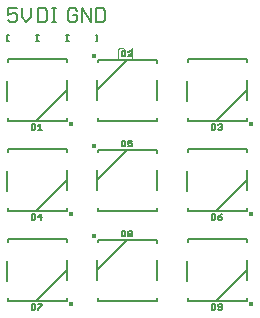
<source format=gbr>
G04 EAGLE Gerber RS-274X export*
G75*
%MOMM*%
%FSLAX34Y34*%
%LPD*%
%INSilkscreen Top*%
%IPPOS*%
%AMOC8*
5,1,8,0,0,1.08239X$1,22.5*%
G01*
%ADD10C,0.152400*%
%ADD11C,0.127000*%
%ADD12C,0.203200*%
%ADD13C,0.406400*%
%ADD14C,0.076200*%


D10*
X50800Y275590D02*
X50800Y270510D01*
X76200Y270510D02*
X76200Y275590D01*
X74930Y275590D01*
X74930Y270510D02*
X76200Y270510D01*
X52070Y270510D02*
X50800Y270510D01*
X50800Y275590D02*
X52070Y275590D01*
D11*
X51435Y297825D02*
X59062Y297825D01*
X51435Y297825D02*
X51435Y292105D01*
X55248Y294012D01*
X57155Y294012D01*
X59062Y292105D01*
X59062Y288292D01*
X57155Y286385D01*
X53342Y286385D01*
X51435Y288292D01*
X63129Y290198D02*
X63129Y297825D01*
X63129Y290198D02*
X66942Y286385D01*
X70755Y290198D01*
X70755Y297825D01*
D12*
X51308Y254762D02*
X51308Y252222D01*
X51308Y254762D02*
X51816Y254762D01*
X51816Y254711D01*
X101321Y254711D01*
X101321Y252400D01*
X51105Y205410D02*
X51105Y202692D01*
X51613Y202692D01*
X51613Y202667D01*
X101295Y202667D01*
X101295Y204927D01*
X50800Y219710D02*
X50800Y236728D01*
X101600Y237236D02*
X101600Y228600D01*
X101600Y219964D01*
X101600Y228600D02*
X76200Y203200D01*
D13*
X104775Y200025D03*
D11*
X71222Y200029D02*
X71222Y195199D01*
X73637Y195199D01*
X74442Y196004D01*
X74442Y199224D01*
X73637Y200029D01*
X71222Y200029D01*
X76835Y198419D02*
X78445Y200029D01*
X78445Y195199D01*
X76835Y195199D02*
X80055Y195199D01*
D12*
X177292Y202438D02*
X177292Y204978D01*
X177292Y202438D02*
X176784Y202438D01*
X176784Y202489D01*
X127279Y202489D01*
X127279Y204800D01*
X177495Y251790D02*
X177495Y254508D01*
X176987Y254508D01*
X176987Y254533D01*
X127305Y254533D01*
X127305Y252273D01*
X177800Y237490D02*
X177800Y220472D01*
X127000Y219964D02*
X127000Y228600D01*
X127000Y237236D01*
X127000Y228600D02*
X152400Y254000D01*
D13*
X123825Y257175D03*
D11*
X147422Y257175D02*
X147422Y262005D01*
X147422Y257175D02*
X149837Y257175D01*
X150642Y257980D01*
X150642Y261200D01*
X149837Y262005D01*
X147422Y262005D01*
X153035Y257175D02*
X156255Y257175D01*
X153035Y257175D02*
X156255Y260395D01*
X156255Y261200D01*
X155450Y262005D01*
X153840Y262005D01*
X153035Y261200D01*
D12*
X203708Y254762D02*
X203708Y252222D01*
X203708Y254762D02*
X204216Y254762D01*
X204216Y254711D01*
X253721Y254711D01*
X253721Y252400D01*
X203505Y205410D02*
X203505Y202692D01*
X204013Y202692D01*
X204013Y202667D01*
X253695Y202667D01*
X253695Y204927D01*
X203200Y219710D02*
X203200Y236728D01*
X254000Y237236D02*
X254000Y228600D01*
X254000Y219964D01*
X254000Y228600D02*
X228600Y203200D01*
D13*
X257175Y200025D03*
D11*
X223622Y200029D02*
X223622Y195199D01*
X226037Y195199D01*
X226842Y196004D01*
X226842Y199224D01*
X226037Y200029D01*
X223622Y200029D01*
X229235Y199224D02*
X230040Y200029D01*
X231650Y200029D01*
X232455Y199224D01*
X232455Y198419D01*
X231650Y197614D01*
X230845Y197614D01*
X231650Y197614D02*
X232455Y196809D01*
X232455Y196004D01*
X231650Y195199D01*
X230040Y195199D01*
X229235Y196004D01*
D12*
X51308Y178562D02*
X51308Y176022D01*
X51308Y178562D02*
X51816Y178562D01*
X51816Y178511D01*
X101321Y178511D01*
X101321Y176200D01*
X51105Y129210D02*
X51105Y126492D01*
X51613Y126492D01*
X51613Y126467D01*
X101295Y126467D01*
X101295Y128727D01*
X50800Y143510D02*
X50800Y160528D01*
X101600Y161036D02*
X101600Y152400D01*
X101600Y143764D01*
X101600Y152400D02*
X76200Y127000D01*
D13*
X104775Y123825D03*
D11*
X71222Y123829D02*
X71222Y118999D01*
X73637Y118999D01*
X74442Y119804D01*
X74442Y123024D01*
X73637Y123829D01*
X71222Y123829D01*
X79250Y123829D02*
X79250Y118999D01*
X76835Y121414D02*
X79250Y123829D01*
X80055Y121414D02*
X76835Y121414D01*
D12*
X177292Y126238D02*
X177292Y128778D01*
X177292Y126238D02*
X176784Y126238D01*
X176784Y126289D01*
X127279Y126289D01*
X127279Y128600D01*
X177495Y175590D02*
X177495Y178308D01*
X176987Y178308D01*
X176987Y178333D01*
X127305Y178333D01*
X127305Y176073D01*
X177800Y161290D02*
X177800Y144272D01*
X127000Y143764D02*
X127000Y152400D01*
X127000Y161036D01*
X127000Y152400D02*
X152400Y177800D01*
D13*
X123825Y180975D03*
D11*
X147422Y180975D02*
X147422Y185805D01*
X147422Y180975D02*
X149837Y180975D01*
X150642Y181780D01*
X150642Y185000D01*
X149837Y185805D01*
X147422Y185805D01*
X153035Y185805D02*
X156255Y185805D01*
X153035Y185805D02*
X153035Y183390D01*
X154645Y184195D01*
X155450Y184195D01*
X156255Y183390D01*
X156255Y181780D01*
X155450Y180975D01*
X153840Y180975D01*
X153035Y181780D01*
D12*
X203708Y178562D02*
X203708Y176022D01*
X203708Y178562D02*
X204216Y178562D01*
X204216Y178511D01*
X253721Y178511D01*
X253721Y176200D01*
X203505Y129210D02*
X203505Y126492D01*
X204013Y126492D01*
X204013Y126467D01*
X253695Y126467D01*
X253695Y128727D01*
X203200Y143510D02*
X203200Y160528D01*
X254000Y161036D02*
X254000Y152400D01*
X254000Y143764D01*
X254000Y152400D02*
X228600Y127000D01*
D13*
X257175Y123825D03*
D11*
X223622Y123829D02*
X223622Y118999D01*
X226037Y118999D01*
X226842Y119804D01*
X226842Y123024D01*
X226037Y123829D01*
X223622Y123829D01*
X230845Y123024D02*
X232455Y123829D01*
X230845Y123024D02*
X229235Y121414D01*
X229235Y119804D01*
X230040Y118999D01*
X231650Y118999D01*
X232455Y119804D01*
X232455Y120609D01*
X231650Y121414D01*
X229235Y121414D01*
D12*
X51308Y102362D02*
X51308Y99822D01*
X51308Y102362D02*
X51816Y102362D01*
X51816Y102311D01*
X101321Y102311D01*
X101321Y100000D01*
X51105Y53010D02*
X51105Y50292D01*
X51613Y50292D01*
X51613Y50267D01*
X101295Y50267D01*
X101295Y52527D01*
X50800Y67310D02*
X50800Y84328D01*
X101600Y84836D02*
X101600Y76200D01*
X101600Y67564D01*
X101600Y76200D02*
X76200Y50800D01*
D13*
X104775Y47625D03*
D11*
X71222Y47629D02*
X71222Y42799D01*
X73637Y42799D01*
X74442Y43604D01*
X74442Y46824D01*
X73637Y47629D01*
X71222Y47629D01*
X76835Y47629D02*
X80055Y47629D01*
X80055Y46824D01*
X76835Y43604D01*
X76835Y42799D01*
D12*
X177292Y50038D02*
X177292Y52578D01*
X177292Y50038D02*
X176784Y50038D01*
X176784Y50089D01*
X127279Y50089D01*
X127279Y52400D01*
X177495Y99390D02*
X177495Y102108D01*
X176987Y102108D01*
X176987Y102133D01*
X127305Y102133D01*
X127305Y99873D01*
X177800Y85090D02*
X177800Y68072D01*
X127000Y67564D02*
X127000Y76200D01*
X127000Y84836D01*
X127000Y76200D02*
X152400Y101600D01*
D13*
X123825Y104775D03*
D11*
X147422Y104775D02*
X147422Y109605D01*
X147422Y104775D02*
X149837Y104775D01*
X150642Y105580D01*
X150642Y108800D01*
X149837Y109605D01*
X147422Y109605D01*
X153035Y108800D02*
X153840Y109605D01*
X155450Y109605D01*
X156255Y108800D01*
X156255Y107995D01*
X155450Y107190D01*
X156255Y106385D01*
X156255Y105580D01*
X155450Y104775D01*
X153840Y104775D01*
X153035Y105580D01*
X153035Y106385D01*
X153840Y107190D01*
X153035Y107995D01*
X153035Y108800D01*
X153840Y107190D02*
X155450Y107190D01*
D12*
X203708Y102362D02*
X203708Y99822D01*
X203708Y102362D02*
X204216Y102362D01*
X204216Y102311D01*
X253721Y102311D01*
X253721Y100000D01*
X203505Y53010D02*
X203505Y50292D01*
X204013Y50292D01*
X204013Y50267D01*
X253695Y50267D01*
X253695Y52527D01*
X203200Y67310D02*
X203200Y84328D01*
X254000Y84836D02*
X254000Y76200D01*
X254000Y67564D01*
X254000Y76200D02*
X228600Y50800D01*
D13*
X257175Y47625D03*
D11*
X223622Y47629D02*
X223622Y42799D01*
X226037Y42799D01*
X226842Y43604D01*
X226842Y46824D01*
X226037Y47629D01*
X223622Y47629D01*
X229235Y43604D02*
X230040Y42799D01*
X231650Y42799D01*
X232455Y43604D01*
X232455Y46824D01*
X231650Y47629D01*
X230040Y47629D01*
X229235Y46824D01*
X229235Y46019D01*
X230040Y45214D01*
X232455Y45214D01*
D10*
X76200Y270510D02*
X76200Y275590D01*
X101600Y275590D02*
X101600Y270510D01*
X101600Y275590D02*
X100330Y275590D01*
X100330Y270510D02*
X101600Y270510D01*
X77470Y270510D02*
X76200Y270510D01*
X76200Y275590D02*
X77470Y275590D01*
D11*
X76835Y286385D02*
X76835Y297825D01*
X76835Y286385D02*
X82555Y286385D01*
X84462Y288292D01*
X84462Y295918D01*
X82555Y297825D01*
X76835Y297825D01*
X88529Y286385D02*
X92342Y286385D01*
X90436Y286385D02*
X90436Y297825D01*
X92342Y297825D02*
X88529Y297825D01*
D10*
X101600Y275590D02*
X101600Y270510D01*
X127000Y270510D02*
X127000Y275590D01*
X125730Y275590D01*
X125730Y270510D02*
X127000Y270510D01*
X102870Y270510D02*
X101600Y270510D01*
X101600Y275590D02*
X102870Y275590D01*
D11*
X109862Y295918D02*
X107955Y297825D01*
X104142Y297825D01*
X102235Y295918D01*
X102235Y288292D01*
X104142Y286385D01*
X107955Y286385D01*
X109862Y288292D01*
X109862Y292105D01*
X106048Y292105D01*
X113929Y286385D02*
X113929Y297825D01*
X121555Y286385D01*
X121555Y297825D01*
X125623Y297825D02*
X125623Y286385D01*
X131343Y286385D01*
X133249Y288292D01*
X133249Y295918D01*
X131343Y297825D01*
X125623Y297825D01*
D14*
X148774Y263927D02*
X150341Y262359D01*
X148774Y263927D02*
X145638Y263927D01*
X144071Y262359D01*
X144071Y256089D01*
X145638Y254521D01*
X148774Y254521D01*
X150341Y256089D01*
X153426Y260792D02*
X156561Y263927D01*
X156561Y254521D01*
X153426Y254521D02*
X159697Y254521D01*
M02*

</source>
